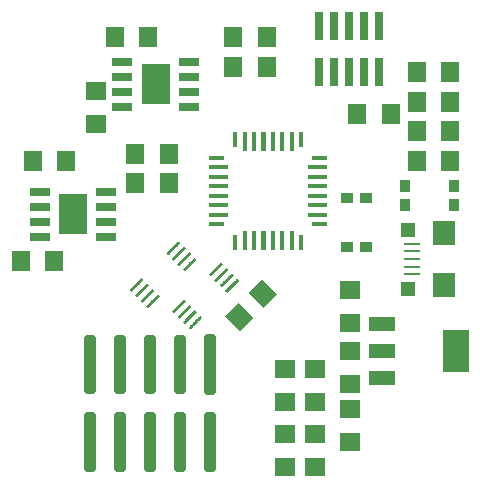
<source format=gbr>
G04 EAGLE Gerber RS-274X export*
G75*
%MOMM*%
%FSLAX34Y34*%
%LPD*%
%INSolderpaste Top*%
%IPPOS*%
%AMOC8*
5,1,8,0,0,1.08239X$1,22.5*%
G01*
%ADD10R,1.800000X1.600000*%
%ADD11R,1.600000X1.800000*%
%ADD12R,0.760000X2.400000*%
%ADD13R,0.900000X1.000000*%
%ADD14C,0.087500*%
%ADD15R,1.900000X2.150000*%
%ADD16R,1.300000X1.200000*%
%ADD17R,1.350000X0.210000*%
%ADD18R,2.235200X1.219200*%
%ADD19R,2.200000X3.600000*%
%ADD20R,1.750000X0.650000*%
%ADD21R,2.410000X3.500000*%
%ADD22C,0.500000*%
%ADD23R,1.803000X1.600000*%
%ADD24R,1.000000X0.900000*%
%ADD25C,0.055000*%


D10*
X315000Y75000D03*
X315000Y47000D03*
D11*
X399000Y285000D03*
X371000Y285000D03*
X371000Y310000D03*
X399000Y310000D03*
D12*
X314000Y399500D03*
X326700Y399500D03*
X339400Y399500D03*
X301300Y399500D03*
X288600Y399500D03*
X288600Y360500D03*
X301300Y360500D03*
X314000Y360500D03*
X326700Y360500D03*
X339400Y360500D03*
D11*
X371000Y335000D03*
X399000Y335000D03*
X349000Y325000D03*
X321000Y325000D03*
D13*
X402500Y248000D03*
X361500Y248000D03*
X402500Y264000D03*
X361500Y264000D03*
D14*
X271687Y297737D02*
X271687Y309363D01*
X274313Y309363D01*
X274313Y297737D01*
X271687Y297737D01*
X271687Y298568D02*
X274313Y298568D01*
X274313Y299399D02*
X271687Y299399D01*
X271687Y300230D02*
X274313Y300230D01*
X274313Y301061D02*
X271687Y301061D01*
X271687Y301892D02*
X274313Y301892D01*
X274313Y302723D02*
X271687Y302723D01*
X271687Y303554D02*
X274313Y303554D01*
X274313Y304385D02*
X271687Y304385D01*
X271687Y305216D02*
X274313Y305216D01*
X274313Y306047D02*
X271687Y306047D01*
X271687Y306878D02*
X274313Y306878D01*
X274313Y307709D02*
X271687Y307709D01*
X271687Y308540D02*
X274313Y308540D01*
X263687Y309363D02*
X263687Y294237D01*
X263687Y309363D02*
X266313Y309363D01*
X266313Y294237D01*
X263687Y294237D01*
X263687Y295068D02*
X266313Y295068D01*
X266313Y295899D02*
X263687Y295899D01*
X263687Y296730D02*
X266313Y296730D01*
X266313Y297561D02*
X263687Y297561D01*
X263687Y298392D02*
X266313Y298392D01*
X266313Y299223D02*
X263687Y299223D01*
X263687Y300054D02*
X266313Y300054D01*
X266313Y300885D02*
X263687Y300885D01*
X263687Y301716D02*
X266313Y301716D01*
X266313Y302547D02*
X263687Y302547D01*
X263687Y303378D02*
X266313Y303378D01*
X266313Y304209D02*
X263687Y304209D01*
X263687Y305040D02*
X266313Y305040D01*
X266313Y305871D02*
X263687Y305871D01*
X263687Y306702D02*
X266313Y306702D01*
X266313Y307533D02*
X263687Y307533D01*
X263687Y308364D02*
X266313Y308364D01*
X266313Y309195D02*
X263687Y309195D01*
X255687Y309363D02*
X255687Y294237D01*
X255687Y309363D02*
X258313Y309363D01*
X258313Y294237D01*
X255687Y294237D01*
X255687Y295068D02*
X258313Y295068D01*
X258313Y295899D02*
X255687Y295899D01*
X255687Y296730D02*
X258313Y296730D01*
X258313Y297561D02*
X255687Y297561D01*
X255687Y298392D02*
X258313Y298392D01*
X258313Y299223D02*
X255687Y299223D01*
X255687Y300054D02*
X258313Y300054D01*
X258313Y300885D02*
X255687Y300885D01*
X255687Y301716D02*
X258313Y301716D01*
X258313Y302547D02*
X255687Y302547D01*
X255687Y303378D02*
X258313Y303378D01*
X258313Y304209D02*
X255687Y304209D01*
X255687Y305040D02*
X258313Y305040D01*
X258313Y305871D02*
X255687Y305871D01*
X255687Y306702D02*
X258313Y306702D01*
X258313Y307533D02*
X255687Y307533D01*
X255687Y308364D02*
X258313Y308364D01*
X258313Y309195D02*
X255687Y309195D01*
X247687Y309363D02*
X247687Y294237D01*
X247687Y309363D02*
X250313Y309363D01*
X250313Y294237D01*
X247687Y294237D01*
X247687Y295068D02*
X250313Y295068D01*
X250313Y295899D02*
X247687Y295899D01*
X247687Y296730D02*
X250313Y296730D01*
X250313Y297561D02*
X247687Y297561D01*
X247687Y298392D02*
X250313Y298392D01*
X250313Y299223D02*
X247687Y299223D01*
X247687Y300054D02*
X250313Y300054D01*
X250313Y300885D02*
X247687Y300885D01*
X247687Y301716D02*
X250313Y301716D01*
X250313Y302547D02*
X247687Y302547D01*
X247687Y303378D02*
X250313Y303378D01*
X250313Y304209D02*
X247687Y304209D01*
X247687Y305040D02*
X250313Y305040D01*
X250313Y305871D02*
X247687Y305871D01*
X247687Y306702D02*
X250313Y306702D01*
X250313Y307533D02*
X247687Y307533D01*
X247687Y308364D02*
X250313Y308364D01*
X250313Y309195D02*
X247687Y309195D01*
X239687Y309363D02*
X239687Y294237D01*
X239687Y309363D02*
X242313Y309363D01*
X242313Y294237D01*
X239687Y294237D01*
X239687Y295068D02*
X242313Y295068D01*
X242313Y295899D02*
X239687Y295899D01*
X239687Y296730D02*
X242313Y296730D01*
X242313Y297561D02*
X239687Y297561D01*
X239687Y298392D02*
X242313Y298392D01*
X242313Y299223D02*
X239687Y299223D01*
X239687Y300054D02*
X242313Y300054D01*
X242313Y300885D02*
X239687Y300885D01*
X239687Y301716D02*
X242313Y301716D01*
X242313Y302547D02*
X239687Y302547D01*
X239687Y303378D02*
X242313Y303378D01*
X242313Y304209D02*
X239687Y304209D01*
X239687Y305040D02*
X242313Y305040D01*
X242313Y305871D02*
X239687Y305871D01*
X239687Y306702D02*
X242313Y306702D01*
X242313Y307533D02*
X239687Y307533D01*
X239687Y308364D02*
X242313Y308364D01*
X242313Y309195D02*
X239687Y309195D01*
X231687Y309363D02*
X231687Y294237D01*
X231687Y309363D02*
X234313Y309363D01*
X234313Y294237D01*
X231687Y294237D01*
X231687Y295068D02*
X234313Y295068D01*
X234313Y295899D02*
X231687Y295899D01*
X231687Y296730D02*
X234313Y296730D01*
X234313Y297561D02*
X231687Y297561D01*
X231687Y298392D02*
X234313Y298392D01*
X234313Y299223D02*
X231687Y299223D01*
X231687Y300054D02*
X234313Y300054D01*
X234313Y300885D02*
X231687Y300885D01*
X231687Y301716D02*
X234313Y301716D01*
X234313Y302547D02*
X231687Y302547D01*
X231687Y303378D02*
X234313Y303378D01*
X234313Y304209D02*
X231687Y304209D01*
X231687Y305040D02*
X234313Y305040D01*
X234313Y305871D02*
X231687Y305871D01*
X231687Y306702D02*
X234313Y306702D01*
X234313Y307533D02*
X231687Y307533D01*
X231687Y308364D02*
X234313Y308364D01*
X234313Y309195D02*
X231687Y309195D01*
X223687Y309363D02*
X223687Y294237D01*
X223687Y309363D02*
X226313Y309363D01*
X226313Y294237D01*
X223687Y294237D01*
X223687Y295068D02*
X226313Y295068D01*
X226313Y295899D02*
X223687Y295899D01*
X223687Y296730D02*
X226313Y296730D01*
X226313Y297561D02*
X223687Y297561D01*
X223687Y298392D02*
X226313Y298392D01*
X226313Y299223D02*
X223687Y299223D01*
X223687Y300054D02*
X226313Y300054D01*
X226313Y300885D02*
X223687Y300885D01*
X223687Y301716D02*
X226313Y301716D01*
X226313Y302547D02*
X223687Y302547D01*
X223687Y303378D02*
X226313Y303378D01*
X226313Y304209D02*
X223687Y304209D01*
X223687Y305040D02*
X226313Y305040D01*
X226313Y305871D02*
X223687Y305871D01*
X223687Y306702D02*
X226313Y306702D01*
X226313Y307533D02*
X223687Y307533D01*
X223687Y308364D02*
X226313Y308364D01*
X226313Y309195D02*
X223687Y309195D01*
X215687Y309363D02*
X215687Y297737D01*
X215687Y309363D02*
X218313Y309363D01*
X218313Y297737D01*
X215687Y297737D01*
X215687Y298568D02*
X218313Y298568D01*
X218313Y299399D02*
X215687Y299399D01*
X215687Y300230D02*
X218313Y300230D01*
X218313Y301061D02*
X215687Y301061D01*
X215687Y301892D02*
X218313Y301892D01*
X218313Y302723D02*
X215687Y302723D01*
X215687Y303554D02*
X218313Y303554D01*
X218313Y304385D02*
X215687Y304385D01*
X215687Y305216D02*
X218313Y305216D01*
X218313Y306047D02*
X215687Y306047D01*
X215687Y306878D02*
X218313Y306878D01*
X218313Y307709D02*
X215687Y307709D01*
X215687Y308540D02*
X218313Y308540D01*
X207263Y286687D02*
X195637Y286687D01*
X195637Y289313D01*
X207263Y289313D01*
X207263Y286687D01*
X207263Y287518D02*
X195637Y287518D01*
X195637Y288349D02*
X207263Y288349D01*
X207263Y289180D02*
X195637Y289180D01*
X195637Y278687D02*
X210763Y278687D01*
X195637Y278687D02*
X195637Y281313D01*
X210763Y281313D01*
X210763Y278687D01*
X210763Y279518D02*
X195637Y279518D01*
X195637Y280349D02*
X210763Y280349D01*
X210763Y281180D02*
X195637Y281180D01*
X195637Y270687D02*
X210763Y270687D01*
X195637Y270687D02*
X195637Y273313D01*
X210763Y273313D01*
X210763Y270687D01*
X210763Y271518D02*
X195637Y271518D01*
X195637Y272349D02*
X210763Y272349D01*
X210763Y273180D02*
X195637Y273180D01*
X195637Y262687D02*
X210763Y262687D01*
X195637Y262687D02*
X195637Y265313D01*
X210763Y265313D01*
X210763Y262687D01*
X210763Y263518D02*
X195637Y263518D01*
X195637Y264349D02*
X210763Y264349D01*
X210763Y265180D02*
X195637Y265180D01*
X195637Y254687D02*
X210763Y254687D01*
X195637Y254687D02*
X195637Y257313D01*
X210763Y257313D01*
X210763Y254687D01*
X210763Y255518D02*
X195637Y255518D01*
X195637Y256349D02*
X210763Y256349D01*
X210763Y257180D02*
X195637Y257180D01*
X195637Y246687D02*
X210763Y246687D01*
X195637Y246687D02*
X195637Y249313D01*
X210763Y249313D01*
X210763Y246687D01*
X210763Y247518D02*
X195637Y247518D01*
X195637Y248349D02*
X210763Y248349D01*
X210763Y249180D02*
X195637Y249180D01*
X195637Y238687D02*
X210763Y238687D01*
X195637Y238687D02*
X195637Y241313D01*
X210763Y241313D01*
X210763Y238687D01*
X210763Y239518D02*
X195637Y239518D01*
X195637Y240349D02*
X210763Y240349D01*
X210763Y241180D02*
X195637Y241180D01*
X195637Y230687D02*
X207263Y230687D01*
X195637Y230687D02*
X195637Y233313D01*
X207263Y233313D01*
X207263Y230687D01*
X207263Y231518D02*
X195637Y231518D01*
X195637Y232349D02*
X207263Y232349D01*
X207263Y233180D02*
X195637Y233180D01*
X218313Y222263D02*
X218313Y210637D01*
X215687Y210637D01*
X215687Y222263D01*
X218313Y222263D01*
X218313Y211468D02*
X215687Y211468D01*
X215687Y212299D02*
X218313Y212299D01*
X218313Y213130D02*
X215687Y213130D01*
X215687Y213961D02*
X218313Y213961D01*
X218313Y214792D02*
X215687Y214792D01*
X215687Y215623D02*
X218313Y215623D01*
X218313Y216454D02*
X215687Y216454D01*
X215687Y217285D02*
X218313Y217285D01*
X218313Y218116D02*
X215687Y218116D01*
X215687Y218947D02*
X218313Y218947D01*
X218313Y219778D02*
X215687Y219778D01*
X215687Y220609D02*
X218313Y220609D01*
X218313Y221440D02*
X215687Y221440D01*
X226313Y225763D02*
X226313Y210637D01*
X223687Y210637D01*
X223687Y225763D01*
X226313Y225763D01*
X226313Y211468D02*
X223687Y211468D01*
X223687Y212299D02*
X226313Y212299D01*
X226313Y213130D02*
X223687Y213130D01*
X223687Y213961D02*
X226313Y213961D01*
X226313Y214792D02*
X223687Y214792D01*
X223687Y215623D02*
X226313Y215623D01*
X226313Y216454D02*
X223687Y216454D01*
X223687Y217285D02*
X226313Y217285D01*
X226313Y218116D02*
X223687Y218116D01*
X223687Y218947D02*
X226313Y218947D01*
X226313Y219778D02*
X223687Y219778D01*
X223687Y220609D02*
X226313Y220609D01*
X226313Y221440D02*
X223687Y221440D01*
X223687Y222271D02*
X226313Y222271D01*
X226313Y223102D02*
X223687Y223102D01*
X223687Y223933D02*
X226313Y223933D01*
X226313Y224764D02*
X223687Y224764D01*
X223687Y225595D02*
X226313Y225595D01*
X234313Y225763D02*
X234313Y210637D01*
X231687Y210637D01*
X231687Y225763D01*
X234313Y225763D01*
X234313Y211468D02*
X231687Y211468D01*
X231687Y212299D02*
X234313Y212299D01*
X234313Y213130D02*
X231687Y213130D01*
X231687Y213961D02*
X234313Y213961D01*
X234313Y214792D02*
X231687Y214792D01*
X231687Y215623D02*
X234313Y215623D01*
X234313Y216454D02*
X231687Y216454D01*
X231687Y217285D02*
X234313Y217285D01*
X234313Y218116D02*
X231687Y218116D01*
X231687Y218947D02*
X234313Y218947D01*
X234313Y219778D02*
X231687Y219778D01*
X231687Y220609D02*
X234313Y220609D01*
X234313Y221440D02*
X231687Y221440D01*
X231687Y222271D02*
X234313Y222271D01*
X234313Y223102D02*
X231687Y223102D01*
X231687Y223933D02*
X234313Y223933D01*
X234313Y224764D02*
X231687Y224764D01*
X231687Y225595D02*
X234313Y225595D01*
X242313Y225763D02*
X242313Y210637D01*
X239687Y210637D01*
X239687Y225763D01*
X242313Y225763D01*
X242313Y211468D02*
X239687Y211468D01*
X239687Y212299D02*
X242313Y212299D01*
X242313Y213130D02*
X239687Y213130D01*
X239687Y213961D02*
X242313Y213961D01*
X242313Y214792D02*
X239687Y214792D01*
X239687Y215623D02*
X242313Y215623D01*
X242313Y216454D02*
X239687Y216454D01*
X239687Y217285D02*
X242313Y217285D01*
X242313Y218116D02*
X239687Y218116D01*
X239687Y218947D02*
X242313Y218947D01*
X242313Y219778D02*
X239687Y219778D01*
X239687Y220609D02*
X242313Y220609D01*
X242313Y221440D02*
X239687Y221440D01*
X239687Y222271D02*
X242313Y222271D01*
X242313Y223102D02*
X239687Y223102D01*
X239687Y223933D02*
X242313Y223933D01*
X242313Y224764D02*
X239687Y224764D01*
X239687Y225595D02*
X242313Y225595D01*
X250313Y225763D02*
X250313Y210637D01*
X247687Y210637D01*
X247687Y225763D01*
X250313Y225763D01*
X250313Y211468D02*
X247687Y211468D01*
X247687Y212299D02*
X250313Y212299D01*
X250313Y213130D02*
X247687Y213130D01*
X247687Y213961D02*
X250313Y213961D01*
X250313Y214792D02*
X247687Y214792D01*
X247687Y215623D02*
X250313Y215623D01*
X250313Y216454D02*
X247687Y216454D01*
X247687Y217285D02*
X250313Y217285D01*
X250313Y218116D02*
X247687Y218116D01*
X247687Y218947D02*
X250313Y218947D01*
X250313Y219778D02*
X247687Y219778D01*
X247687Y220609D02*
X250313Y220609D01*
X250313Y221440D02*
X247687Y221440D01*
X247687Y222271D02*
X250313Y222271D01*
X250313Y223102D02*
X247687Y223102D01*
X247687Y223933D02*
X250313Y223933D01*
X250313Y224764D02*
X247687Y224764D01*
X247687Y225595D02*
X250313Y225595D01*
X258313Y225763D02*
X258313Y210637D01*
X255687Y210637D01*
X255687Y225763D01*
X258313Y225763D01*
X258313Y211468D02*
X255687Y211468D01*
X255687Y212299D02*
X258313Y212299D01*
X258313Y213130D02*
X255687Y213130D01*
X255687Y213961D02*
X258313Y213961D01*
X258313Y214792D02*
X255687Y214792D01*
X255687Y215623D02*
X258313Y215623D01*
X258313Y216454D02*
X255687Y216454D01*
X255687Y217285D02*
X258313Y217285D01*
X258313Y218116D02*
X255687Y218116D01*
X255687Y218947D02*
X258313Y218947D01*
X258313Y219778D02*
X255687Y219778D01*
X255687Y220609D02*
X258313Y220609D01*
X258313Y221440D02*
X255687Y221440D01*
X255687Y222271D02*
X258313Y222271D01*
X258313Y223102D02*
X255687Y223102D01*
X255687Y223933D02*
X258313Y223933D01*
X258313Y224764D02*
X255687Y224764D01*
X255687Y225595D02*
X258313Y225595D01*
X266313Y225763D02*
X266313Y210637D01*
X263687Y210637D01*
X263687Y225763D01*
X266313Y225763D01*
X266313Y211468D02*
X263687Y211468D01*
X263687Y212299D02*
X266313Y212299D01*
X266313Y213130D02*
X263687Y213130D01*
X263687Y213961D02*
X266313Y213961D01*
X266313Y214792D02*
X263687Y214792D01*
X263687Y215623D02*
X266313Y215623D01*
X266313Y216454D02*
X263687Y216454D01*
X263687Y217285D02*
X266313Y217285D01*
X266313Y218116D02*
X263687Y218116D01*
X263687Y218947D02*
X266313Y218947D01*
X266313Y219778D02*
X263687Y219778D01*
X263687Y220609D02*
X266313Y220609D01*
X266313Y221440D02*
X263687Y221440D01*
X263687Y222271D02*
X266313Y222271D01*
X266313Y223102D02*
X263687Y223102D01*
X263687Y223933D02*
X266313Y223933D01*
X266313Y224764D02*
X263687Y224764D01*
X263687Y225595D02*
X266313Y225595D01*
X274313Y222263D02*
X274313Y210637D01*
X271687Y210637D01*
X271687Y222263D01*
X274313Y222263D01*
X274313Y211468D02*
X271687Y211468D01*
X271687Y212299D02*
X274313Y212299D01*
X274313Y213130D02*
X271687Y213130D01*
X271687Y213961D02*
X274313Y213961D01*
X274313Y214792D02*
X271687Y214792D01*
X271687Y215623D02*
X274313Y215623D01*
X274313Y216454D02*
X271687Y216454D01*
X271687Y217285D02*
X274313Y217285D01*
X274313Y218116D02*
X271687Y218116D01*
X271687Y218947D02*
X274313Y218947D01*
X274313Y219778D02*
X271687Y219778D01*
X271687Y220609D02*
X274313Y220609D01*
X274313Y221440D02*
X271687Y221440D01*
X282737Y233313D02*
X294363Y233313D01*
X294363Y230687D01*
X282737Y230687D01*
X282737Y233313D01*
X282737Y231518D02*
X294363Y231518D01*
X294363Y232349D02*
X282737Y232349D01*
X282737Y233180D02*
X294363Y233180D01*
X294363Y241313D02*
X279237Y241313D01*
X294363Y241313D02*
X294363Y238687D01*
X279237Y238687D01*
X279237Y241313D01*
X279237Y239518D02*
X294363Y239518D01*
X294363Y240349D02*
X279237Y240349D01*
X279237Y241180D02*
X294363Y241180D01*
X294363Y249313D02*
X279237Y249313D01*
X294363Y249313D02*
X294363Y246687D01*
X279237Y246687D01*
X279237Y249313D01*
X279237Y247518D02*
X294363Y247518D01*
X294363Y248349D02*
X279237Y248349D01*
X279237Y249180D02*
X294363Y249180D01*
X294363Y257313D02*
X279237Y257313D01*
X294363Y257313D02*
X294363Y254687D01*
X279237Y254687D01*
X279237Y257313D01*
X279237Y255518D02*
X294363Y255518D01*
X294363Y256349D02*
X279237Y256349D01*
X279237Y257180D02*
X294363Y257180D01*
X294363Y265313D02*
X279237Y265313D01*
X294363Y265313D02*
X294363Y262687D01*
X279237Y262687D01*
X279237Y265313D01*
X279237Y263518D02*
X294363Y263518D01*
X294363Y264349D02*
X279237Y264349D01*
X279237Y265180D02*
X294363Y265180D01*
X294363Y273313D02*
X279237Y273313D01*
X294363Y273313D02*
X294363Y270687D01*
X279237Y270687D01*
X279237Y273313D01*
X279237Y271518D02*
X294363Y271518D01*
X294363Y272349D02*
X279237Y272349D01*
X279237Y273180D02*
X294363Y273180D01*
X294363Y281313D02*
X279237Y281313D01*
X294363Y281313D02*
X294363Y278687D01*
X279237Y278687D01*
X279237Y281313D01*
X279237Y279518D02*
X294363Y279518D01*
X294363Y280349D02*
X279237Y280349D01*
X279237Y281180D02*
X294363Y281180D01*
X294363Y289313D02*
X282737Y289313D01*
X294363Y289313D02*
X294363Y286687D01*
X282737Y286687D01*
X282737Y289313D01*
X282737Y287518D02*
X294363Y287518D01*
X294363Y288349D02*
X282737Y288349D01*
X282737Y289180D02*
X294363Y289180D01*
D15*
X394000Y180250D03*
X394000Y223750D03*
D16*
X363500Y177000D03*
X363500Y227000D03*
D17*
X367000Y202000D03*
X367000Y195500D03*
X367000Y189000D03*
X367000Y208500D03*
X367000Y215000D03*
D10*
X315000Y176000D03*
X315000Y148000D03*
D18*
X342012Y147114D03*
X342012Y124000D03*
X342012Y100886D03*
D19*
X403990Y124000D03*
D20*
X108000Y220950D03*
X108000Y233550D03*
X108000Y246250D03*
X108000Y258950D03*
X52000Y220950D03*
X52000Y233650D03*
X52000Y246350D03*
X52000Y259050D03*
D21*
X80000Y240000D03*
D11*
X36000Y200000D03*
X64000Y200000D03*
X46000Y285000D03*
X74000Y285000D03*
X161000Y291000D03*
X133000Y291000D03*
X133000Y266000D03*
X161000Y266000D03*
D22*
X193300Y136190D02*
X193300Y89690D01*
X193300Y136190D02*
X198300Y136190D01*
X198300Y89690D01*
X193300Y89690D01*
X193300Y94440D02*
X198300Y94440D01*
X198300Y99190D02*
X193300Y99190D01*
X193300Y103940D02*
X198300Y103940D01*
X198300Y108690D02*
X193300Y108690D01*
X193300Y113440D02*
X198300Y113440D01*
X198300Y118190D02*
X193300Y118190D01*
X193300Y122940D02*
X198300Y122940D01*
X198300Y127690D02*
X193300Y127690D01*
X193300Y132440D02*
X198300Y132440D01*
X193300Y69560D02*
X193300Y24560D01*
X193300Y69560D02*
X198300Y69560D01*
X198300Y24560D01*
X193300Y24560D01*
X193300Y29310D02*
X198300Y29310D01*
X198300Y34060D02*
X193300Y34060D01*
X193300Y38810D02*
X198300Y38810D01*
X198300Y43560D02*
X193300Y43560D01*
X193300Y48310D02*
X198300Y48310D01*
X198300Y53060D02*
X193300Y53060D01*
X193300Y57810D02*
X198300Y57810D01*
X198300Y62560D02*
X193300Y62560D01*
X193300Y67310D02*
X198300Y67310D01*
X167900Y90440D02*
X167900Y135440D01*
X172900Y135440D01*
X172900Y90440D01*
X167900Y90440D01*
X167900Y95190D02*
X172900Y95190D01*
X172900Y99940D02*
X167900Y99940D01*
X167900Y104690D02*
X172900Y104690D01*
X172900Y109440D02*
X167900Y109440D01*
X167900Y114190D02*
X172900Y114190D01*
X172900Y118940D02*
X167900Y118940D01*
X167900Y123690D02*
X172900Y123690D01*
X172900Y128440D02*
X167900Y128440D01*
X167900Y133190D02*
X172900Y133190D01*
X167900Y69560D02*
X167900Y24560D01*
X167900Y69560D02*
X172900Y69560D01*
X172900Y24560D01*
X167900Y24560D01*
X167900Y29310D02*
X172900Y29310D01*
X172900Y34060D02*
X167900Y34060D01*
X167900Y38810D02*
X172900Y38810D01*
X172900Y43560D02*
X167900Y43560D01*
X167900Y48310D02*
X172900Y48310D01*
X172900Y53060D02*
X167900Y53060D01*
X167900Y57810D02*
X172900Y57810D01*
X172900Y62560D02*
X167900Y62560D01*
X167900Y67310D02*
X172900Y67310D01*
X142500Y90440D02*
X142500Y135440D01*
X147500Y135440D01*
X147500Y90440D01*
X142500Y90440D01*
X142500Y95190D02*
X147500Y95190D01*
X147500Y99940D02*
X142500Y99940D01*
X142500Y104690D02*
X147500Y104690D01*
X147500Y109440D02*
X142500Y109440D01*
X142500Y114190D02*
X147500Y114190D01*
X147500Y118940D02*
X142500Y118940D01*
X142500Y123690D02*
X147500Y123690D01*
X147500Y128440D02*
X142500Y128440D01*
X142500Y133190D02*
X147500Y133190D01*
X142500Y69560D02*
X142500Y24560D01*
X142500Y69560D02*
X147500Y69560D01*
X147500Y24560D01*
X142500Y24560D01*
X142500Y29310D02*
X147500Y29310D01*
X147500Y34060D02*
X142500Y34060D01*
X142500Y38810D02*
X147500Y38810D01*
X147500Y43560D02*
X142500Y43560D01*
X142500Y48310D02*
X147500Y48310D01*
X147500Y53060D02*
X142500Y53060D01*
X142500Y57810D02*
X147500Y57810D01*
X147500Y62560D02*
X142500Y62560D01*
X142500Y67310D02*
X147500Y67310D01*
X117100Y90440D02*
X117100Y135440D01*
X122100Y135440D01*
X122100Y90440D01*
X117100Y90440D01*
X117100Y95190D02*
X122100Y95190D01*
X122100Y99940D02*
X117100Y99940D01*
X117100Y104690D02*
X122100Y104690D01*
X122100Y109440D02*
X117100Y109440D01*
X117100Y114190D02*
X122100Y114190D01*
X122100Y118940D02*
X117100Y118940D01*
X117100Y123690D02*
X122100Y123690D01*
X122100Y128440D02*
X117100Y128440D01*
X117100Y133190D02*
X122100Y133190D01*
X117100Y69560D02*
X117100Y24560D01*
X117100Y69560D02*
X122100Y69560D01*
X122100Y24560D01*
X117100Y24560D01*
X117100Y29310D02*
X122100Y29310D01*
X122100Y34060D02*
X117100Y34060D01*
X117100Y38810D02*
X122100Y38810D01*
X122100Y43560D02*
X117100Y43560D01*
X117100Y48310D02*
X122100Y48310D01*
X122100Y53060D02*
X117100Y53060D01*
X117100Y57810D02*
X122100Y57810D01*
X122100Y62560D02*
X117100Y62560D01*
X117100Y67310D02*
X122100Y67310D01*
X91700Y90440D02*
X91700Y135440D01*
X96700Y135440D01*
X96700Y90440D01*
X91700Y90440D01*
X91700Y95190D02*
X96700Y95190D01*
X96700Y99940D02*
X91700Y99940D01*
X91700Y104690D02*
X96700Y104690D01*
X96700Y109440D02*
X91700Y109440D01*
X91700Y114190D02*
X96700Y114190D01*
X96700Y118940D02*
X91700Y118940D01*
X91700Y123690D02*
X96700Y123690D01*
X96700Y128440D02*
X91700Y128440D01*
X91700Y133190D02*
X96700Y133190D01*
X91700Y69560D02*
X91700Y24560D01*
X91700Y69560D02*
X96700Y69560D01*
X96700Y24560D01*
X91700Y24560D01*
X91700Y29310D02*
X96700Y29310D01*
X96700Y34060D02*
X91700Y34060D01*
X91700Y38810D02*
X96700Y38810D01*
X96700Y43560D02*
X91700Y43560D01*
X91700Y48310D02*
X96700Y48310D01*
X96700Y53060D02*
X91700Y53060D01*
X91700Y57810D02*
X96700Y57810D01*
X96700Y62560D02*
X91700Y62560D01*
X91700Y67310D02*
X96700Y67310D01*
D20*
X178000Y330950D03*
X178000Y343550D03*
X178000Y356250D03*
X178000Y368950D03*
X122000Y330950D03*
X122000Y343650D03*
X122000Y356350D03*
X122000Y369050D03*
D21*
X150000Y350000D03*
D10*
X100000Y344000D03*
X100000Y316000D03*
D11*
X116000Y390000D03*
X144000Y390000D03*
X244000Y390000D03*
X216000Y390000D03*
X216000Y365000D03*
X244000Y365000D03*
D23*
X285000Y80780D03*
X285000Y109220D03*
D10*
X285000Y54000D03*
X285000Y26000D03*
D11*
X371000Y360000D03*
X399000Y360000D03*
D24*
X328000Y253500D03*
X328000Y212500D03*
X312000Y253500D03*
X312000Y212500D03*
D23*
X260000Y80780D03*
X260000Y109220D03*
D10*
X260000Y54000D03*
X260000Y26000D03*
D25*
X209113Y175491D02*
X218622Y185000D01*
X219789Y183833D01*
X210280Y174324D01*
X209113Y175491D01*
X209758Y174846D02*
X210802Y174846D01*
X211324Y175368D02*
X209236Y175368D01*
X209512Y175890D02*
X211846Y175890D01*
X212368Y176412D02*
X210034Y176412D01*
X210556Y176934D02*
X212890Y176934D01*
X213412Y177456D02*
X211078Y177456D01*
X211600Y177978D02*
X213934Y177978D01*
X214456Y178500D02*
X212122Y178500D01*
X212644Y179022D02*
X214978Y179022D01*
X215500Y179544D02*
X213166Y179544D01*
X213688Y180066D02*
X216022Y180066D01*
X216544Y180588D02*
X214210Y180588D01*
X214732Y181110D02*
X217066Y181110D01*
X217588Y181632D02*
X215254Y181632D01*
X215776Y182154D02*
X218110Y182154D01*
X218632Y182676D02*
X216298Y182676D01*
X216820Y183198D02*
X219154Y183198D01*
X219676Y183720D02*
X217342Y183720D01*
X217864Y184242D02*
X219380Y184242D01*
X218858Y184764D02*
X218386Y184764D01*
X214025Y189596D02*
X204516Y180087D01*
X214025Y189596D02*
X215192Y188429D01*
X205683Y178920D01*
X204516Y180087D01*
X205161Y179442D02*
X206205Y179442D01*
X206727Y179964D02*
X204639Y179964D01*
X204915Y180486D02*
X207249Y180486D01*
X207771Y181008D02*
X205437Y181008D01*
X205959Y181530D02*
X208293Y181530D01*
X208815Y182052D02*
X206481Y182052D01*
X207003Y182574D02*
X209337Y182574D01*
X209859Y183096D02*
X207525Y183096D01*
X208047Y183618D02*
X210381Y183618D01*
X210903Y184140D02*
X208569Y184140D01*
X209091Y184662D02*
X211425Y184662D01*
X211947Y185184D02*
X209613Y185184D01*
X210135Y185706D02*
X212469Y185706D01*
X212991Y186228D02*
X210657Y186228D01*
X211179Y186750D02*
X213513Y186750D01*
X214035Y187272D02*
X211701Y187272D01*
X212223Y187794D02*
X214557Y187794D01*
X215079Y188316D02*
X212745Y188316D01*
X213267Y188838D02*
X214783Y188838D01*
X214261Y189360D02*
X213789Y189360D01*
X209429Y194192D02*
X199920Y184683D01*
X209429Y194192D02*
X210596Y193025D01*
X201087Y183516D01*
X199920Y184683D01*
X200565Y184038D02*
X201609Y184038D01*
X202131Y184560D02*
X200043Y184560D01*
X200319Y185082D02*
X202653Y185082D01*
X203175Y185604D02*
X200841Y185604D01*
X201363Y186126D02*
X203697Y186126D01*
X204219Y186648D02*
X201885Y186648D01*
X202407Y187170D02*
X204741Y187170D01*
X205263Y187692D02*
X202929Y187692D01*
X203451Y188214D02*
X205785Y188214D01*
X206307Y188736D02*
X203973Y188736D01*
X204495Y189258D02*
X206829Y189258D01*
X207351Y189780D02*
X205017Y189780D01*
X205539Y190302D02*
X207873Y190302D01*
X208395Y190824D02*
X206061Y190824D01*
X206583Y191346D02*
X208917Y191346D01*
X209439Y191868D02*
X207105Y191868D01*
X207627Y192390D02*
X209961Y192390D01*
X210483Y192912D02*
X208149Y192912D01*
X208671Y193434D02*
X210187Y193434D01*
X209665Y193956D02*
X209193Y193956D01*
X204833Y198789D02*
X195324Y189280D01*
X204833Y198789D02*
X206000Y197622D01*
X196491Y188113D01*
X195324Y189280D01*
X195969Y188635D02*
X197013Y188635D01*
X197535Y189157D02*
X195447Y189157D01*
X195723Y189679D02*
X198057Y189679D01*
X198579Y190201D02*
X196245Y190201D01*
X196767Y190723D02*
X199101Y190723D01*
X199623Y191245D02*
X197289Y191245D01*
X197811Y191767D02*
X200145Y191767D01*
X200667Y192289D02*
X198333Y192289D01*
X198855Y192811D02*
X201189Y192811D01*
X201711Y193333D02*
X199377Y193333D01*
X199899Y193855D02*
X202233Y193855D01*
X202755Y194377D02*
X200421Y194377D01*
X200943Y194899D02*
X203277Y194899D01*
X203799Y195421D02*
X201465Y195421D01*
X201987Y195943D02*
X204321Y195943D01*
X204843Y196465D02*
X202509Y196465D01*
X203031Y196987D02*
X205365Y196987D01*
X205887Y197509D02*
X203553Y197509D01*
X204075Y198031D02*
X205591Y198031D01*
X205069Y198553D02*
X204597Y198553D01*
X173720Y167676D02*
X164211Y158167D01*
X173720Y167676D02*
X174887Y166509D01*
X165378Y157000D01*
X164211Y158167D01*
X164856Y157522D02*
X165900Y157522D01*
X166422Y158044D02*
X164334Y158044D01*
X164610Y158566D02*
X166944Y158566D01*
X167466Y159088D02*
X165132Y159088D01*
X165654Y159610D02*
X167988Y159610D01*
X168510Y160132D02*
X166176Y160132D01*
X166698Y160654D02*
X169032Y160654D01*
X169554Y161176D02*
X167220Y161176D01*
X167742Y161698D02*
X170076Y161698D01*
X170598Y162220D02*
X168264Y162220D01*
X168786Y162742D02*
X171120Y162742D01*
X171642Y163264D02*
X169308Y163264D01*
X169830Y163786D02*
X172164Y163786D01*
X172686Y164308D02*
X170352Y164308D01*
X170874Y164830D02*
X173208Y164830D01*
X173730Y165352D02*
X171396Y165352D01*
X171918Y165874D02*
X174252Y165874D01*
X174774Y166396D02*
X172440Y166396D01*
X172962Y166918D02*
X174478Y166918D01*
X173956Y167440D02*
X173484Y167440D01*
X178317Y163080D02*
X168808Y153571D01*
X178317Y163080D02*
X179484Y161913D01*
X169975Y152404D01*
X168808Y153571D01*
X169453Y152926D02*
X170497Y152926D01*
X171019Y153448D02*
X168931Y153448D01*
X169207Y153970D02*
X171541Y153970D01*
X172063Y154492D02*
X169729Y154492D01*
X170251Y155014D02*
X172585Y155014D01*
X173107Y155536D02*
X170773Y155536D01*
X171295Y156058D02*
X173629Y156058D01*
X174151Y156580D02*
X171817Y156580D01*
X172339Y157102D02*
X174673Y157102D01*
X175195Y157624D02*
X172861Y157624D01*
X173383Y158146D02*
X175717Y158146D01*
X176239Y158668D02*
X173905Y158668D01*
X174427Y159190D02*
X176761Y159190D01*
X177283Y159712D02*
X174949Y159712D01*
X175471Y160234D02*
X177805Y160234D01*
X178327Y160756D02*
X175993Y160756D01*
X176515Y161278D02*
X178849Y161278D01*
X179371Y161800D02*
X177037Y161800D01*
X177559Y162322D02*
X179075Y162322D01*
X178553Y162844D02*
X178081Y162844D01*
X182913Y158484D02*
X173404Y148975D01*
X182913Y158484D02*
X184080Y157317D01*
X174571Y147808D01*
X173404Y148975D01*
X174049Y148330D02*
X175093Y148330D01*
X175615Y148852D02*
X173527Y148852D01*
X173803Y149374D02*
X176137Y149374D01*
X176659Y149896D02*
X174325Y149896D01*
X174847Y150418D02*
X177181Y150418D01*
X177703Y150940D02*
X175369Y150940D01*
X175891Y151462D02*
X178225Y151462D01*
X178747Y151984D02*
X176413Y151984D01*
X176935Y152506D02*
X179269Y152506D01*
X179791Y153028D02*
X177457Y153028D01*
X177979Y153550D02*
X180313Y153550D01*
X180835Y154072D02*
X178501Y154072D01*
X179023Y154594D02*
X181357Y154594D01*
X181879Y155116D02*
X179545Y155116D01*
X180067Y155638D02*
X182401Y155638D01*
X182923Y156160D02*
X180589Y156160D01*
X181111Y156682D02*
X183445Y156682D01*
X183967Y157204D02*
X181633Y157204D01*
X182155Y157726D02*
X183671Y157726D01*
X183149Y158248D02*
X182677Y158248D01*
X187509Y153887D02*
X178000Y144378D01*
X187509Y153887D02*
X188676Y152720D01*
X179167Y143211D01*
X178000Y144378D01*
X178645Y143733D02*
X179689Y143733D01*
X180211Y144255D02*
X178123Y144255D01*
X178399Y144777D02*
X180733Y144777D01*
X181255Y145299D02*
X178921Y145299D01*
X179443Y145821D02*
X181777Y145821D01*
X182299Y146343D02*
X179965Y146343D01*
X180487Y146865D02*
X182821Y146865D01*
X183343Y147387D02*
X181009Y147387D01*
X181531Y147909D02*
X183865Y147909D01*
X184387Y148431D02*
X182053Y148431D01*
X182575Y148953D02*
X184909Y148953D01*
X185431Y149475D02*
X183097Y149475D01*
X183619Y149997D02*
X185953Y149997D01*
X186475Y150519D02*
X184141Y150519D01*
X184663Y151041D02*
X186997Y151041D01*
X187519Y151563D02*
X185185Y151563D01*
X185707Y152085D02*
X188041Y152085D01*
X188563Y152607D02*
X186229Y152607D01*
X186751Y153129D02*
X188267Y153129D01*
X187745Y153651D02*
X187273Y153651D01*
X173113Y193491D02*
X182622Y203000D01*
X183789Y201833D01*
X174280Y192324D01*
X173113Y193491D01*
X173758Y192846D02*
X174802Y192846D01*
X175324Y193368D02*
X173236Y193368D01*
X173512Y193890D02*
X175846Y193890D01*
X176368Y194412D02*
X174034Y194412D01*
X174556Y194934D02*
X176890Y194934D01*
X177412Y195456D02*
X175078Y195456D01*
X175600Y195978D02*
X177934Y195978D01*
X178456Y196500D02*
X176122Y196500D01*
X176644Y197022D02*
X178978Y197022D01*
X179500Y197544D02*
X177166Y197544D01*
X177688Y198066D02*
X180022Y198066D01*
X180544Y198588D02*
X178210Y198588D01*
X178732Y199110D02*
X181066Y199110D01*
X181588Y199632D02*
X179254Y199632D01*
X179776Y200154D02*
X182110Y200154D01*
X182632Y200676D02*
X180298Y200676D01*
X180820Y201198D02*
X183154Y201198D01*
X183676Y201720D02*
X181342Y201720D01*
X181864Y202242D02*
X183380Y202242D01*
X182858Y202764D02*
X182386Y202764D01*
X178025Y207596D02*
X168516Y198087D01*
X178025Y207596D02*
X179192Y206429D01*
X169683Y196920D01*
X168516Y198087D01*
X169161Y197442D02*
X170205Y197442D01*
X170727Y197964D02*
X168639Y197964D01*
X168915Y198486D02*
X171249Y198486D01*
X171771Y199008D02*
X169437Y199008D01*
X169959Y199530D02*
X172293Y199530D01*
X172815Y200052D02*
X170481Y200052D01*
X171003Y200574D02*
X173337Y200574D01*
X173859Y201096D02*
X171525Y201096D01*
X172047Y201618D02*
X174381Y201618D01*
X174903Y202140D02*
X172569Y202140D01*
X173091Y202662D02*
X175425Y202662D01*
X175947Y203184D02*
X173613Y203184D01*
X174135Y203706D02*
X176469Y203706D01*
X176991Y204228D02*
X174657Y204228D01*
X175179Y204750D02*
X177513Y204750D01*
X178035Y205272D02*
X175701Y205272D01*
X176223Y205794D02*
X178557Y205794D01*
X179079Y206316D02*
X176745Y206316D01*
X177267Y206838D02*
X178783Y206838D01*
X178261Y207360D02*
X177789Y207360D01*
X173429Y212192D02*
X163920Y202683D01*
X173429Y212192D02*
X174596Y211025D01*
X165087Y201516D01*
X163920Y202683D01*
X164565Y202038D02*
X165609Y202038D01*
X166131Y202560D02*
X164043Y202560D01*
X164319Y203082D02*
X166653Y203082D01*
X167175Y203604D02*
X164841Y203604D01*
X165363Y204126D02*
X167697Y204126D01*
X168219Y204648D02*
X165885Y204648D01*
X166407Y205170D02*
X168741Y205170D01*
X169263Y205692D02*
X166929Y205692D01*
X167451Y206214D02*
X169785Y206214D01*
X170307Y206736D02*
X167973Y206736D01*
X168495Y207258D02*
X170829Y207258D01*
X171351Y207780D02*
X169017Y207780D01*
X169539Y208302D02*
X171873Y208302D01*
X172395Y208824D02*
X170061Y208824D01*
X170583Y209346D02*
X172917Y209346D01*
X173439Y209868D02*
X171105Y209868D01*
X171627Y210390D02*
X173961Y210390D01*
X174483Y210912D02*
X172149Y210912D01*
X172671Y211434D02*
X174187Y211434D01*
X173665Y211956D02*
X173193Y211956D01*
X168833Y216789D02*
X159324Y207280D01*
X168833Y216789D02*
X170000Y215622D01*
X160491Y206113D01*
X159324Y207280D01*
X159969Y206635D02*
X161013Y206635D01*
X161535Y207157D02*
X159447Y207157D01*
X159723Y207679D02*
X162057Y207679D01*
X162579Y208201D02*
X160245Y208201D01*
X160767Y208723D02*
X163101Y208723D01*
X163623Y209245D02*
X161289Y209245D01*
X161811Y209767D02*
X164145Y209767D01*
X164667Y210289D02*
X162333Y210289D01*
X162855Y210811D02*
X165189Y210811D01*
X165711Y211333D02*
X163377Y211333D01*
X163899Y211855D02*
X166233Y211855D01*
X166755Y212377D02*
X164421Y212377D01*
X164943Y212899D02*
X167277Y212899D01*
X167799Y213421D02*
X165465Y213421D01*
X165987Y213943D02*
X168321Y213943D01*
X168843Y214465D02*
X166509Y214465D01*
X167031Y214987D02*
X169365Y214987D01*
X169887Y215509D02*
X167553Y215509D01*
X168075Y216031D02*
X169591Y216031D01*
X169069Y216553D02*
X168597Y216553D01*
X137720Y185676D02*
X128211Y176167D01*
X137720Y185676D02*
X138887Y184509D01*
X129378Y175000D01*
X128211Y176167D01*
X128856Y175522D02*
X129900Y175522D01*
X130422Y176044D02*
X128334Y176044D01*
X128610Y176566D02*
X130944Y176566D01*
X131466Y177088D02*
X129132Y177088D01*
X129654Y177610D02*
X131988Y177610D01*
X132510Y178132D02*
X130176Y178132D01*
X130698Y178654D02*
X133032Y178654D01*
X133554Y179176D02*
X131220Y179176D01*
X131742Y179698D02*
X134076Y179698D01*
X134598Y180220D02*
X132264Y180220D01*
X132786Y180742D02*
X135120Y180742D01*
X135642Y181264D02*
X133308Y181264D01*
X133830Y181786D02*
X136164Y181786D01*
X136686Y182308D02*
X134352Y182308D01*
X134874Y182830D02*
X137208Y182830D01*
X137730Y183352D02*
X135396Y183352D01*
X135918Y183874D02*
X138252Y183874D01*
X138774Y184396D02*
X136440Y184396D01*
X136962Y184918D02*
X138478Y184918D01*
X137956Y185440D02*
X137484Y185440D01*
X142317Y181080D02*
X132808Y171571D01*
X142317Y181080D02*
X143484Y179913D01*
X133975Y170404D01*
X132808Y171571D01*
X133453Y170926D02*
X134497Y170926D01*
X135019Y171448D02*
X132931Y171448D01*
X133207Y171970D02*
X135541Y171970D01*
X136063Y172492D02*
X133729Y172492D01*
X134251Y173014D02*
X136585Y173014D01*
X137107Y173536D02*
X134773Y173536D01*
X135295Y174058D02*
X137629Y174058D01*
X138151Y174580D02*
X135817Y174580D01*
X136339Y175102D02*
X138673Y175102D01*
X139195Y175624D02*
X136861Y175624D01*
X137383Y176146D02*
X139717Y176146D01*
X140239Y176668D02*
X137905Y176668D01*
X138427Y177190D02*
X140761Y177190D01*
X141283Y177712D02*
X138949Y177712D01*
X139471Y178234D02*
X141805Y178234D01*
X142327Y178756D02*
X139993Y178756D01*
X140515Y179278D02*
X142849Y179278D01*
X143371Y179800D02*
X141037Y179800D01*
X141559Y180322D02*
X143075Y180322D01*
X142553Y180844D02*
X142081Y180844D01*
X146913Y176484D02*
X137404Y166975D01*
X146913Y176484D02*
X148080Y175317D01*
X138571Y165808D01*
X137404Y166975D01*
X138049Y166330D02*
X139093Y166330D01*
X139615Y166852D02*
X137527Y166852D01*
X137803Y167374D02*
X140137Y167374D01*
X140659Y167896D02*
X138325Y167896D01*
X138847Y168418D02*
X141181Y168418D01*
X141703Y168940D02*
X139369Y168940D01*
X139891Y169462D02*
X142225Y169462D01*
X142747Y169984D02*
X140413Y169984D01*
X140935Y170506D02*
X143269Y170506D01*
X143791Y171028D02*
X141457Y171028D01*
X141979Y171550D02*
X144313Y171550D01*
X144835Y172072D02*
X142501Y172072D01*
X143023Y172594D02*
X145357Y172594D01*
X145879Y173116D02*
X143545Y173116D01*
X144067Y173638D02*
X146401Y173638D01*
X146923Y174160D02*
X144589Y174160D01*
X145111Y174682D02*
X147445Y174682D01*
X147967Y175204D02*
X145633Y175204D01*
X146155Y175726D02*
X147671Y175726D01*
X147149Y176248D02*
X146677Y176248D01*
X151509Y171887D02*
X142000Y162378D01*
X151509Y171887D02*
X152676Y170720D01*
X143167Y161211D01*
X142000Y162378D01*
X142645Y161733D02*
X143689Y161733D01*
X144211Y162255D02*
X142123Y162255D01*
X142399Y162777D02*
X144733Y162777D01*
X145255Y163299D02*
X142921Y163299D01*
X143443Y163821D02*
X145777Y163821D01*
X146299Y164343D02*
X143965Y164343D01*
X144487Y164865D02*
X146821Y164865D01*
X147343Y165387D02*
X145009Y165387D01*
X145531Y165909D02*
X147865Y165909D01*
X148387Y166431D02*
X146053Y166431D01*
X146575Y166953D02*
X148909Y166953D01*
X149431Y167475D02*
X147097Y167475D01*
X147619Y167997D02*
X149953Y167997D01*
X150475Y168519D02*
X148141Y168519D01*
X148663Y169041D02*
X150997Y169041D01*
X151519Y169563D02*
X149185Y169563D01*
X149707Y170085D02*
X152041Y170085D01*
X152563Y170607D02*
X150229Y170607D01*
X150751Y171129D02*
X152267Y171129D01*
X151745Y171651D02*
X151273Y171651D01*
D11*
G36*
X233121Y152394D02*
X221808Y141081D01*
X209081Y153808D01*
X220394Y165121D01*
X233121Y152394D01*
G37*
G36*
X252919Y172192D02*
X241606Y160879D01*
X228879Y173606D01*
X240192Y184919D01*
X252919Y172192D01*
G37*
D10*
X315000Y96000D03*
X315000Y124000D03*
M02*

</source>
